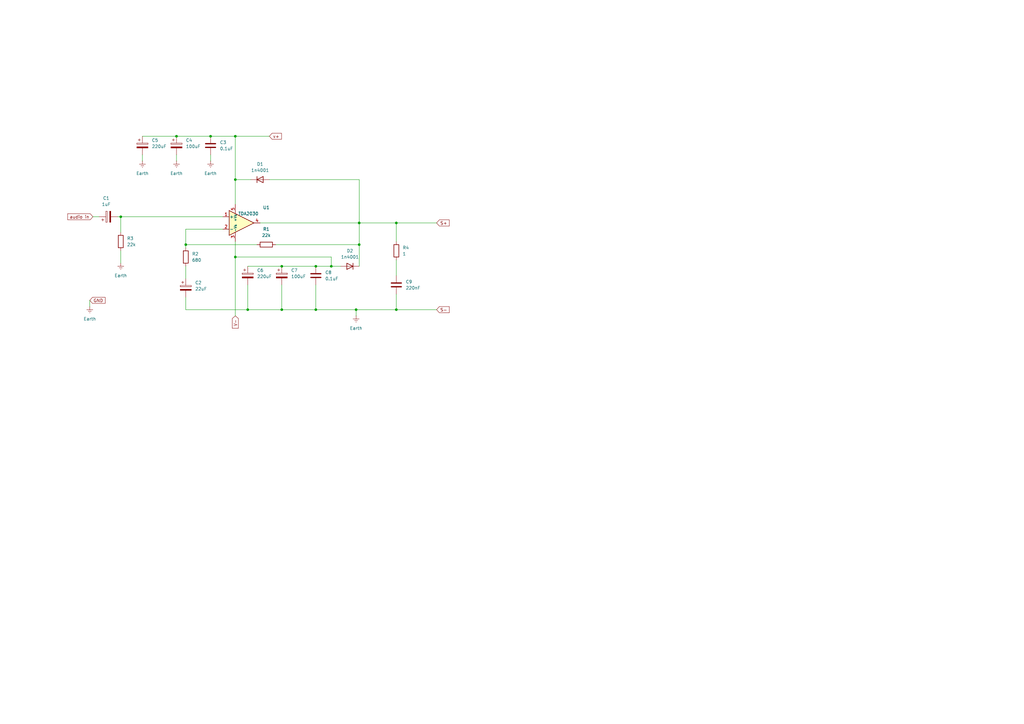
<source format=kicad_sch>
(kicad_sch
	(version 20231120)
	(generator "eeschema")
	(generator_version "8.0")
	(uuid "8017fb23-860a-40cb-969e-5a647cf28cae")
	(paper "A3")
	(lib_symbols
		(symbol "Amplifier_Audio:TDA2030"
			(pin_names
				(offset 0.127)
			)
			(exclude_from_sim no)
			(in_bom yes)
			(on_board yes)
			(property "Reference" "U"
				(at 3.81 6.35 0)
				(effects
					(font
						(size 1.27 1.27)
					)
				)
			)
			(property "Value" "TDA2030"
				(at 3.81 3.81 0)
				(effects
					(font
						(size 1.27 1.27)
					)
				)
			)
			(property "Footprint" "Package_TO_SOT_THT:TO-220-5_P3.4x3.7mm_StaggerOdd_Lead3.8mm_Vertical"
				(at 0 0 0)
				(effects
					(font
						(size 1.27 1.27)
						(italic yes)
					)
					(hide yes)
				)
			)
			(property "Datasheet" "http://www.st.com/resource/en/datasheet/cd00000128.pdf"
				(at 0 0 0)
				(effects
					(font
						(size 1.27 1.27)
					)
					(hide yes)
				)
			)
			(property "Description" "14W Hi-Fi Audio Amplifier, TO-220-5"
				(at 0 0 0)
				(effects
					(font
						(size 1.27 1.27)
					)
					(hide yes)
				)
			)
			(property "ki_keywords" "audio amplifier"
				(at 0 0 0)
				(effects
					(font
						(size 1.27 1.27)
					)
					(hide yes)
				)
			)
			(property "ki_fp_filters" "TO*220*StaggerOdd*"
				(at 0 0 0)
				(effects
					(font
						(size 1.27 1.27)
					)
					(hide yes)
				)
			)
			(symbol "TDA2030_0_1"
				(polyline
					(pts
						(xy -5.08 5.08) (xy 5.08 0) (xy -5.08 -5.08) (xy -5.08 5.08)
					)
					(stroke
						(width 0.254)
						(type default)
					)
					(fill
						(type background)
					)
				)
			)
			(symbol "TDA2030_1_1"
				(pin input line
					(at -7.62 2.54 0)
					(length 2.54)
					(name "+"
						(effects
							(font
								(size 1.27 1.27)
							)
						)
					)
					(number "1"
						(effects
							(font
								(size 1.27 1.27)
							)
						)
					)
				)
				(pin input line
					(at -7.62 -2.54 0)
					(length 2.54)
					(name "-"
						(effects
							(font
								(size 1.27 1.27)
							)
						)
					)
					(number "2"
						(effects
							(font
								(size 1.27 1.27)
							)
						)
					)
				)
				(pin power_in line
					(at -2.54 -7.62 90)
					(length 3.81)
					(name "-Vs"
						(effects
							(font
								(size 1.016 1.016)
							)
						)
					)
					(number "3"
						(effects
							(font
								(size 1.27 1.27)
							)
						)
					)
				)
				(pin output line
					(at 7.62 0 180)
					(length 2.54)
					(name "~"
						(effects
							(font
								(size 1.27 1.27)
							)
						)
					)
					(number "4"
						(effects
							(font
								(size 1.27 1.27)
							)
						)
					)
				)
				(pin power_in line
					(at -2.54 7.62 270)
					(length 3.81)
					(name "+Vs"
						(effects
							(font
								(size 1.016 1.016)
							)
						)
					)
					(number "5"
						(effects
							(font
								(size 1.27 1.27)
							)
						)
					)
				)
			)
		)
		(symbol "Device:C"
			(pin_numbers hide)
			(pin_names
				(offset 0.254)
			)
			(exclude_from_sim no)
			(in_bom yes)
			(on_board yes)
			(property "Reference" "C"
				(at 0.635 2.54 0)
				(effects
					(font
						(size 1.27 1.27)
					)
					(justify left)
				)
			)
			(property "Value" "C"
				(at 0.635 -2.54 0)
				(effects
					(font
						(size 1.27 1.27)
					)
					(justify left)
				)
			)
			(property "Footprint" ""
				(at 0.9652 -3.81 0)
				(effects
					(font
						(size 1.27 1.27)
					)
					(hide yes)
				)
			)
			(property "Datasheet" "~"
				(at 0 0 0)
				(effects
					(font
						(size 1.27 1.27)
					)
					(hide yes)
				)
			)
			(property "Description" "Unpolarized capacitor"
				(at 0 0 0)
				(effects
					(font
						(size 1.27 1.27)
					)
					(hide yes)
				)
			)
			(property "ki_keywords" "cap capacitor"
				(at 0 0 0)
				(effects
					(font
						(size 1.27 1.27)
					)
					(hide yes)
				)
			)
			(property "ki_fp_filters" "C_*"
				(at 0 0 0)
				(effects
					(font
						(size 1.27 1.27)
					)
					(hide yes)
				)
			)
			(symbol "C_0_1"
				(polyline
					(pts
						(xy -2.032 -0.762) (xy 2.032 -0.762)
					)
					(stroke
						(width 0.508)
						(type default)
					)
					(fill
						(type none)
					)
				)
				(polyline
					(pts
						(xy -2.032 0.762) (xy 2.032 0.762)
					)
					(stroke
						(width 0.508)
						(type default)
					)
					(fill
						(type none)
					)
				)
			)
			(symbol "C_1_1"
				(pin passive line
					(at 0 3.81 270)
					(length 2.794)
					(name "~"
						(effects
							(font
								(size 1.27 1.27)
							)
						)
					)
					(number "1"
						(effects
							(font
								(size 1.27 1.27)
							)
						)
					)
				)
				(pin passive line
					(at 0 -3.81 90)
					(length 2.794)
					(name "~"
						(effects
							(font
								(size 1.27 1.27)
							)
						)
					)
					(number "2"
						(effects
							(font
								(size 1.27 1.27)
							)
						)
					)
				)
			)
		)
		(symbol "Device:C_Polarized"
			(pin_numbers hide)
			(pin_names
				(offset 0.254)
			)
			(exclude_from_sim no)
			(in_bom yes)
			(on_board yes)
			(property "Reference" "C"
				(at 0.635 2.54 0)
				(effects
					(font
						(size 1.27 1.27)
					)
					(justify left)
				)
			)
			(property "Value" "C_Polarized"
				(at 0.635 -2.54 0)
				(effects
					(font
						(size 1.27 1.27)
					)
					(justify left)
				)
			)
			(property "Footprint" ""
				(at 0.9652 -3.81 0)
				(effects
					(font
						(size 1.27 1.27)
					)
					(hide yes)
				)
			)
			(property "Datasheet" "~"
				(at 0 0 0)
				(effects
					(font
						(size 1.27 1.27)
					)
					(hide yes)
				)
			)
			(property "Description" "Polarized capacitor"
				(at 0 0 0)
				(effects
					(font
						(size 1.27 1.27)
					)
					(hide yes)
				)
			)
			(property "ki_keywords" "cap capacitor"
				(at 0 0 0)
				(effects
					(font
						(size 1.27 1.27)
					)
					(hide yes)
				)
			)
			(property "ki_fp_filters" "CP_*"
				(at 0 0 0)
				(effects
					(font
						(size 1.27 1.27)
					)
					(hide yes)
				)
			)
			(symbol "C_Polarized_0_1"
				(rectangle
					(start -2.286 0.508)
					(end 2.286 1.016)
					(stroke
						(width 0)
						(type default)
					)
					(fill
						(type none)
					)
				)
				(polyline
					(pts
						(xy -1.778 2.286) (xy -0.762 2.286)
					)
					(stroke
						(width 0)
						(type default)
					)
					(fill
						(type none)
					)
				)
				(polyline
					(pts
						(xy -1.27 2.794) (xy -1.27 1.778)
					)
					(stroke
						(width 0)
						(type default)
					)
					(fill
						(type none)
					)
				)
				(rectangle
					(start 2.286 -0.508)
					(end -2.286 -1.016)
					(stroke
						(width 0)
						(type default)
					)
					(fill
						(type outline)
					)
				)
			)
			(symbol "C_Polarized_1_1"
				(pin passive line
					(at 0 3.81 270)
					(length 2.794)
					(name "~"
						(effects
							(font
								(size 1.27 1.27)
							)
						)
					)
					(number "1"
						(effects
							(font
								(size 1.27 1.27)
							)
						)
					)
				)
				(pin passive line
					(at 0 -3.81 90)
					(length 2.794)
					(name "~"
						(effects
							(font
								(size 1.27 1.27)
							)
						)
					)
					(number "2"
						(effects
							(font
								(size 1.27 1.27)
							)
						)
					)
				)
			)
		)
		(symbol "Device:D"
			(pin_numbers hide)
			(pin_names
				(offset 1.016) hide)
			(exclude_from_sim no)
			(in_bom yes)
			(on_board yes)
			(property "Reference" "D"
				(at 0 2.54 0)
				(effects
					(font
						(size 1.27 1.27)
					)
				)
			)
			(property "Value" "D"
				(at 0 -2.54 0)
				(effects
					(font
						(size 1.27 1.27)
					)
				)
			)
			(property "Footprint" ""
				(at 0 0 0)
				(effects
					(font
						(size 1.27 1.27)
					)
					(hide yes)
				)
			)
			(property "Datasheet" "~"
				(at 0 0 0)
				(effects
					(font
						(size 1.27 1.27)
					)
					(hide yes)
				)
			)
			(property "Description" "Diode"
				(at 0 0 0)
				(effects
					(font
						(size 1.27 1.27)
					)
					(hide yes)
				)
			)
			(property "Sim.Device" "D"
				(at 0 0 0)
				(effects
					(font
						(size 1.27 1.27)
					)
					(hide yes)
				)
			)
			(property "Sim.Pins" "1=K 2=A"
				(at 0 0 0)
				(effects
					(font
						(size 1.27 1.27)
					)
					(hide yes)
				)
			)
			(property "ki_keywords" "diode"
				(at 0 0 0)
				(effects
					(font
						(size 1.27 1.27)
					)
					(hide yes)
				)
			)
			(property "ki_fp_filters" "TO-???* *_Diode_* *SingleDiode* D_*"
				(at 0 0 0)
				(effects
					(font
						(size 1.27 1.27)
					)
					(hide yes)
				)
			)
			(symbol "D_0_1"
				(polyline
					(pts
						(xy -1.27 1.27) (xy -1.27 -1.27)
					)
					(stroke
						(width 0.254)
						(type default)
					)
					(fill
						(type none)
					)
				)
				(polyline
					(pts
						(xy 1.27 0) (xy -1.27 0)
					)
					(stroke
						(width 0)
						(type default)
					)
					(fill
						(type none)
					)
				)
				(polyline
					(pts
						(xy 1.27 1.27) (xy 1.27 -1.27) (xy -1.27 0) (xy 1.27 1.27)
					)
					(stroke
						(width 0.254)
						(type default)
					)
					(fill
						(type none)
					)
				)
			)
			(symbol "D_1_1"
				(pin passive line
					(at -3.81 0 0)
					(length 2.54)
					(name "K"
						(effects
							(font
								(size 1.27 1.27)
							)
						)
					)
					(number "1"
						(effects
							(font
								(size 1.27 1.27)
							)
						)
					)
				)
				(pin passive line
					(at 3.81 0 180)
					(length 2.54)
					(name "A"
						(effects
							(font
								(size 1.27 1.27)
							)
						)
					)
					(number "2"
						(effects
							(font
								(size 1.27 1.27)
							)
						)
					)
				)
			)
		)
		(symbol "Device:R"
			(pin_numbers hide)
			(pin_names
				(offset 0)
			)
			(exclude_from_sim no)
			(in_bom yes)
			(on_board yes)
			(property "Reference" "R"
				(at 2.032 0 90)
				(effects
					(font
						(size 1.27 1.27)
					)
				)
			)
			(property "Value" "${SIM.PARAMS}"
				(at -5.588 0 90)
				(effects
					(font
						(size 1.27 1.27)
					)
				)
			)
			(property "Footprint" ""
				(at -1.778 0 90)
				(effects
					(font
						(size 1.27 1.27)
					)
					(hide yes)
				)
			)
			(property "Datasheet" "~"
				(at 8.382 0.762 0)
				(effects
					(font
						(size 1.27 1.27)
					)
					(hide yes)
				)
			)
			(property "Description" "Resistor"
				(at 6.858 -3.81 0)
				(effects
					(font
						(size 1.27 1.27)
					)
					(hide yes)
				)
			)
			(property "Sim.Device" "R"
				(at 4.826 0.762 0)
				(effects
					(font
						(size 1.27 1.27)
					)
					(hide yes)
				)
			)
			(property "Sim.Params" "r=\"\""
				(at 7.112 -1.524 0)
				(effects
					(font
						(size 1.27 1.27)
					)
					(hide yes)
				)
			)
			(property "Sim.Pins" "1=+ 2=-"
				(at 7.112 2.54 0)
				(effects
					(font
						(size 1.27 1.27)
					)
					(hide yes)
				)
			)
			(property "ki_keywords" "R res resistor"
				(at 0 0 0)
				(effects
					(font
						(size 1.27 1.27)
					)
					(hide yes)
				)
			)
			(property "ki_fp_filters" "R_*"
				(at 0 0 0)
				(effects
					(font
						(size 1.27 1.27)
					)
					(hide yes)
				)
			)
			(symbol "R_0_1"
				(rectangle
					(start -1.016 2.54)
					(end 1.016 -2.54)
					(stroke
						(width 0.254)
						(type default)
					)
					(fill
						(type none)
					)
				)
			)
			(symbol "R_1_1"
				(pin passive line
					(at 0 3.81 270)
					(length 1.27)
					(name "~"
						(effects
							(font
								(size 1.27 1.27)
							)
						)
					)
					(number "1"
						(effects
							(font
								(size 1.27 1.27)
							)
						)
					)
				)
				(pin passive line
					(at 0 -3.81 90)
					(length 1.27)
					(name "~"
						(effects
							(font
								(size 1.27 1.27)
							)
						)
					)
					(number "2"
						(effects
							(font
								(size 1.27 1.27)
							)
						)
					)
				)
			)
		)
		(symbol "power:Earth"
			(power)
			(pin_numbers hide)
			(pin_names
				(offset 0) hide)
			(exclude_from_sim no)
			(in_bom yes)
			(on_board yes)
			(property "Reference" "#PWR"
				(at 0 -6.35 0)
				(effects
					(font
						(size 1.27 1.27)
					)
					(hide yes)
				)
			)
			(property "Value" "Earth"
				(at 0 -3.81 0)
				(effects
					(font
						(size 1.27 1.27)
					)
				)
			)
			(property "Footprint" ""
				(at 0 0 0)
				(effects
					(font
						(size 1.27 1.27)
					)
					(hide yes)
				)
			)
			(property "Datasheet" "~"
				(at 0 0 0)
				(effects
					(font
						(size 1.27 1.27)
					)
					(hide yes)
				)
			)
			(property "Description" "Power symbol creates a global label with name \"Earth\""
				(at 0 0 0)
				(effects
					(font
						(size 1.27 1.27)
					)
					(hide yes)
				)
			)
			(property "ki_keywords" "global ground gnd"
				(at 0 0 0)
				(effects
					(font
						(size 1.27 1.27)
					)
					(hide yes)
				)
			)
			(symbol "Earth_0_1"
				(polyline
					(pts
						(xy -0.635 -1.905) (xy 0.635 -1.905)
					)
					(stroke
						(width 0)
						(type default)
					)
					(fill
						(type none)
					)
				)
				(polyline
					(pts
						(xy -0.127 -2.54) (xy 0.127 -2.54)
					)
					(stroke
						(width 0)
						(type default)
					)
					(fill
						(type none)
					)
				)
				(polyline
					(pts
						(xy 0 -1.27) (xy 0 0)
					)
					(stroke
						(width 0)
						(type default)
					)
					(fill
						(type none)
					)
				)
				(polyline
					(pts
						(xy 1.27 -1.27) (xy -1.27 -1.27)
					)
					(stroke
						(width 0)
						(type default)
					)
					(fill
						(type none)
					)
				)
			)
			(symbol "Earth_1_1"
				(pin power_in line
					(at 0 0 270)
					(length 0)
					(name "~"
						(effects
							(font
								(size 1.27 1.27)
							)
						)
					)
					(number "1"
						(effects
							(font
								(size 1.27 1.27)
							)
						)
					)
				)
			)
		)
	)
	(junction
		(at 147.32 100.33)
		(diameter 0)
		(color 0 0 0 0)
		(uuid "09fe2de8-26e4-497f-bfbc-83beb48cea52")
	)
	(junction
		(at 135.89 109.22)
		(diameter 0)
		(color 0 0 0 0)
		(uuid "1e72c828-6842-4b46-97b3-b060bbac80b8")
	)
	(junction
		(at 76.2 100.33)
		(diameter 0)
		(color 0 0 0 0)
		(uuid "209bcbfc-297c-47e5-b3eb-e9a6728cefde")
	)
	(junction
		(at 49.53 88.9)
		(diameter 0)
		(color 0 0 0 0)
		(uuid "360db46c-942e-43be-89ee-d745e2a21a88")
	)
	(junction
		(at 147.32 91.44)
		(diameter 0)
		(color 0 0 0 0)
		(uuid "3d04b71c-6669-418e-ac22-bfcf97a59f9d")
	)
	(junction
		(at 129.54 127)
		(diameter 0)
		(color 0 0 0 0)
		(uuid "3d6a003e-f133-40b2-84df-f5988c94607f")
	)
	(junction
		(at 96.52 105.41)
		(diameter 0)
		(color 0 0 0 0)
		(uuid "5c27a1ec-a681-425d-aa79-4c2df02b63c2")
	)
	(junction
		(at 96.52 55.88)
		(diameter 0)
		(color 0 0 0 0)
		(uuid "6518b851-14aa-46aa-b08f-c3c221ba1cd4")
	)
	(junction
		(at 86.36 55.88)
		(diameter 0)
		(color 0 0 0 0)
		(uuid "727edff2-fb8a-4605-b30c-ec87259ee85e")
	)
	(junction
		(at 129.54 109.22)
		(diameter 0)
		(color 0 0 0 0)
		(uuid "928da6e8-438e-4aef-857d-c2ccd74b5474")
	)
	(junction
		(at 72.39 55.88)
		(diameter 0)
		(color 0 0 0 0)
		(uuid "98a34ae1-a86e-420b-bae1-edf9720d75d8")
	)
	(junction
		(at 162.56 91.44)
		(diameter 0)
		(color 0 0 0 0)
		(uuid "9dae1a91-2ecd-4128-966e-926456ed69f0")
	)
	(junction
		(at 101.6 127)
		(diameter 0)
		(color 0 0 0 0)
		(uuid "b95f5d99-36b2-4853-a0a2-af7fa2c5e731")
	)
	(junction
		(at 115.57 109.22)
		(diameter 0)
		(color 0 0 0 0)
		(uuid "bc402766-dbc4-4690-ba32-3ed5b23b2268")
	)
	(junction
		(at 162.56 127)
		(diameter 0)
		(color 0 0 0 0)
		(uuid "bf618a23-ea8c-4926-b926-7af0f7091dff")
	)
	(junction
		(at 115.57 127)
		(diameter 0)
		(color 0 0 0 0)
		(uuid "df25caea-36bf-4d7e-92e4-396aac7d023b")
	)
	(junction
		(at 146.05 127)
		(diameter 0)
		(color 0 0 0 0)
		(uuid "ea93abb8-8dd0-4367-8924-aa68c4dd6992")
	)
	(junction
		(at 96.52 73.66)
		(diameter 0)
		(color 0 0 0 0)
		(uuid "f6120584-eeee-4d1e-846a-78bb510139d8")
	)
	(wire
		(pts
			(xy 76.2 93.98) (xy 91.44 93.98)
		)
		(stroke
			(width 0)
			(type default)
		)
		(uuid "053becaa-f3f8-43cb-ad38-68bf478140d2")
	)
	(wire
		(pts
			(xy 96.52 105.41) (xy 96.52 129.54)
		)
		(stroke
			(width 0)
			(type default)
		)
		(uuid "05ee2022-a6fb-4308-8b78-821238e304e1")
	)
	(wire
		(pts
			(xy 135.89 109.22) (xy 135.89 105.41)
		)
		(stroke
			(width 0)
			(type default)
		)
		(uuid "0a96d0d4-f654-404a-813d-0303b6a8d21e")
	)
	(wire
		(pts
			(xy 135.89 105.41) (xy 96.52 105.41)
		)
		(stroke
			(width 0)
			(type default)
		)
		(uuid "1b09a651-2a30-4e7c-99ac-c5516197f4fd")
	)
	(wire
		(pts
			(xy 72.39 66.04) (xy 72.39 63.5)
		)
		(stroke
			(width 0)
			(type default)
		)
		(uuid "1b133b9a-c9bb-43e0-9dfa-a4470d15c76b")
	)
	(wire
		(pts
			(xy 76.2 127) (xy 101.6 127)
		)
		(stroke
			(width 0)
			(type default)
		)
		(uuid "1d222765-16b9-42f2-a792-43cce71fc2f7")
	)
	(wire
		(pts
			(xy 58.42 55.88) (xy 72.39 55.88)
		)
		(stroke
			(width 0)
			(type default)
		)
		(uuid "1f758f7d-ea9d-4e63-985c-840c8f37d4ed")
	)
	(wire
		(pts
			(xy 147.32 91.44) (xy 162.56 91.44)
		)
		(stroke
			(width 0)
			(type default)
		)
		(uuid "1fe7fb60-06dc-4142-b31f-e97f131e4bf9")
	)
	(wire
		(pts
			(xy 96.52 99.06) (xy 96.52 105.41)
		)
		(stroke
			(width 0)
			(type default)
		)
		(uuid "2002650a-b0a5-4849-9f80-5dcf73e7662e")
	)
	(wire
		(pts
			(xy 76.2 109.22) (xy 76.2 114.3)
		)
		(stroke
			(width 0)
			(type default)
		)
		(uuid "240efef0-48f7-4043-8b65-8aaa257cd551")
	)
	(wire
		(pts
			(xy 38.1 88.9) (xy 40.64 88.9)
		)
		(stroke
			(width 0)
			(type default)
		)
		(uuid "37deca4b-df08-4f2d-b967-f7a0d8c3f6b4")
	)
	(wire
		(pts
			(xy 147.32 100.33) (xy 147.32 91.44)
		)
		(stroke
			(width 0)
			(type default)
		)
		(uuid "46473c78-c6b3-47c3-b01c-b5df006598b3")
	)
	(wire
		(pts
			(xy 48.26 88.9) (xy 49.53 88.9)
		)
		(stroke
			(width 0)
			(type default)
		)
		(uuid "4b58e7c4-7455-422a-b07f-171fce99a195")
	)
	(wire
		(pts
			(xy 101.6 109.22) (xy 115.57 109.22)
		)
		(stroke
			(width 0)
			(type default)
		)
		(uuid "4d6777b4-ac8f-4a6b-99dc-c99aa525dbd0")
	)
	(wire
		(pts
			(xy 101.6 116.84) (xy 101.6 127)
		)
		(stroke
			(width 0)
			(type default)
		)
		(uuid "526af069-5a84-4965-8c84-79b59357fb1a")
	)
	(wire
		(pts
			(xy 129.54 116.84) (xy 129.54 127)
		)
		(stroke
			(width 0)
			(type default)
		)
		(uuid "5414166e-35d3-4761-9bed-d1a681d86ac3")
	)
	(wire
		(pts
			(xy 76.2 100.33) (xy 105.41 100.33)
		)
		(stroke
			(width 0)
			(type default)
		)
		(uuid "596fee21-4953-4f41-b336-fe1011da0885")
	)
	(wire
		(pts
			(xy 49.53 102.87) (xy 49.53 107.95)
		)
		(stroke
			(width 0)
			(type default)
		)
		(uuid "599f4f41-1e2d-413e-a75a-fa561d9f0d94")
	)
	(wire
		(pts
			(xy 135.89 109.22) (xy 139.7 109.22)
		)
		(stroke
			(width 0)
			(type default)
		)
		(uuid "610f98b8-88f7-4da5-a263-d8fc4dc81e1d")
	)
	(wire
		(pts
			(xy 162.56 127) (xy 179.07 127)
		)
		(stroke
			(width 0)
			(type default)
		)
		(uuid "62abce6b-b020-4409-9771-2f1d2bf242b3")
	)
	(wire
		(pts
			(xy 162.56 91.44) (xy 179.07 91.44)
		)
		(stroke
			(width 0)
			(type default)
		)
		(uuid "75960977-7544-4a5e-b1a6-92be76aec5d2")
	)
	(wire
		(pts
			(xy 110.49 73.66) (xy 147.32 73.66)
		)
		(stroke
			(width 0)
			(type default)
		)
		(uuid "76090867-99a2-4ca9-a997-ad829353513c")
	)
	(wire
		(pts
			(xy 113.03 100.33) (xy 147.32 100.33)
		)
		(stroke
			(width 0)
			(type default)
		)
		(uuid "763ccd92-8163-49d0-9c7c-5425f3c63256")
	)
	(wire
		(pts
			(xy 76.2 121.92) (xy 76.2 127)
		)
		(stroke
			(width 0)
			(type default)
		)
		(uuid "78239d71-9c0c-48cc-91fd-60a5a5ab6a0a")
	)
	(wire
		(pts
			(xy 129.54 109.22) (xy 135.89 109.22)
		)
		(stroke
			(width 0)
			(type default)
		)
		(uuid "8015fb48-962c-4c61-976c-10ca3f10e1df")
	)
	(wire
		(pts
			(xy 96.52 73.66) (xy 102.87 73.66)
		)
		(stroke
			(width 0)
			(type default)
		)
		(uuid "858f1dcf-3521-4810-b03e-9e5280d40b78")
	)
	(wire
		(pts
			(xy 96.52 55.88) (xy 110.49 55.88)
		)
		(stroke
			(width 0)
			(type default)
		)
		(uuid "97b4db05-bf8f-403c-b5e8-408901822378")
	)
	(wire
		(pts
			(xy 36.83 125.73) (xy 36.83 123.19)
		)
		(stroke
			(width 0)
			(type default)
		)
		(uuid "9ce1d9cc-4893-4408-83b4-d88a7cbc60db")
	)
	(wire
		(pts
			(xy 76.2 93.98) (xy 76.2 100.33)
		)
		(stroke
			(width 0)
			(type default)
		)
		(uuid "a3ef9d2b-e900-4cf6-9781-33736250e564")
	)
	(wire
		(pts
			(xy 162.56 106.68) (xy 162.56 113.03)
		)
		(stroke
			(width 0)
			(type default)
		)
		(uuid "a44bd93c-59d0-43d4-a1bd-32624bd2653d")
	)
	(wire
		(pts
			(xy 86.36 55.88) (xy 96.52 55.88)
		)
		(stroke
			(width 0)
			(type default)
		)
		(uuid "a45b88db-422c-4f29-ad34-46950b199391")
	)
	(wire
		(pts
			(xy 86.36 66.04) (xy 86.36 63.5)
		)
		(stroke
			(width 0)
			(type default)
		)
		(uuid "a467ee22-ee7a-4d43-a12a-186c676b4f2c")
	)
	(wire
		(pts
			(xy 129.54 127) (xy 146.05 127)
		)
		(stroke
			(width 0)
			(type default)
		)
		(uuid "a53cbe5a-a88d-4bd5-bcf5-a529b54c10c4")
	)
	(wire
		(pts
			(xy 115.57 109.22) (xy 129.54 109.22)
		)
		(stroke
			(width 0)
			(type default)
		)
		(uuid "a6825578-f2fd-4a77-940a-a2fa4cc2e2aa")
	)
	(wire
		(pts
			(xy 115.57 127) (xy 129.54 127)
		)
		(stroke
			(width 0)
			(type default)
		)
		(uuid "a6c27217-b4f8-41ac-89da-004e8e7427dc")
	)
	(wire
		(pts
			(xy 162.56 91.44) (xy 162.56 99.06)
		)
		(stroke
			(width 0)
			(type default)
		)
		(uuid "a7384ad8-289b-4719-a3f4-dedc99b65624")
	)
	(wire
		(pts
			(xy 96.52 83.82) (xy 96.52 73.66)
		)
		(stroke
			(width 0)
			(type default)
		)
		(uuid "aaaec710-e56b-4405-9965-b7799ac5591e")
	)
	(wire
		(pts
			(xy 115.57 116.84) (xy 115.57 127)
		)
		(stroke
			(width 0)
			(type default)
		)
		(uuid "b24e4da9-eeae-48d1-8a2f-7b312691e0b5")
	)
	(wire
		(pts
			(xy 96.52 73.66) (xy 96.52 55.88)
		)
		(stroke
			(width 0)
			(type default)
		)
		(uuid "b44bac8a-cf15-470a-bfa8-7e0a2b14c029")
	)
	(wire
		(pts
			(xy 146.05 127) (xy 162.56 127)
		)
		(stroke
			(width 0)
			(type default)
		)
		(uuid "b4f9b2b6-3f00-4b59-a43a-ea3f4584c54a")
	)
	(wire
		(pts
			(xy 58.42 66.04) (xy 58.42 63.5)
		)
		(stroke
			(width 0)
			(type default)
		)
		(uuid "c8500207-3e28-4df8-bd56-af6a7b474ead")
	)
	(wire
		(pts
			(xy 49.53 88.9) (xy 91.44 88.9)
		)
		(stroke
			(width 0)
			(type default)
		)
		(uuid "cd364ba5-5fa1-40c7-9ec8-2d6ad188b2cc")
	)
	(wire
		(pts
			(xy 146.05 129.54) (xy 146.05 127)
		)
		(stroke
			(width 0)
			(type default)
		)
		(uuid "d21344d0-8dd9-4992-91ba-b7d8886e80a8")
	)
	(wire
		(pts
			(xy 147.32 109.22) (xy 147.32 100.33)
		)
		(stroke
			(width 0)
			(type default)
		)
		(uuid "d3570f7d-978e-4599-be37-2d24d92d0fa8")
	)
	(wire
		(pts
			(xy 101.6 127) (xy 115.57 127)
		)
		(stroke
			(width 0)
			(type default)
		)
		(uuid "d49435b7-f809-4284-a903-8954c312f02c")
	)
	(wire
		(pts
			(xy 76.2 100.33) (xy 76.2 101.6)
		)
		(stroke
			(width 0)
			(type default)
		)
		(uuid "df2fe5d7-a8c1-4592-a4a9-dae8c6d1a1c0")
	)
	(wire
		(pts
			(xy 49.53 88.9) (xy 49.53 95.25)
		)
		(stroke
			(width 0)
			(type default)
		)
		(uuid "dfc764f3-0a48-4031-9a22-bb85d5621d9f")
	)
	(wire
		(pts
			(xy 106.68 91.44) (xy 147.32 91.44)
		)
		(stroke
			(width 0)
			(type default)
		)
		(uuid "e351f548-41ad-4b74-b7f6-83b1528f34b0")
	)
	(wire
		(pts
			(xy 162.56 120.65) (xy 162.56 127)
		)
		(stroke
			(width 0)
			(type default)
		)
		(uuid "f36842cb-3493-454f-a596-f02f7a40f81a")
	)
	(wire
		(pts
			(xy 72.39 55.88) (xy 86.36 55.88)
		)
		(stroke
			(width 0)
			(type default)
		)
		(uuid "f8d904c5-9c22-4638-a803-f0881bc3d278")
	)
	(wire
		(pts
			(xy 147.32 73.66) (xy 147.32 91.44)
		)
		(stroke
			(width 0)
			(type default)
		)
		(uuid "f95ef592-e6e2-40fd-8b60-378d21173855")
	)
	(global_label "S+"
		(shape input)
		(at 179.07 91.44 0)
		(fields_autoplaced yes)
		(effects
			(font
				(size 1.27 1.27)
			)
			(justify left)
		)
		(uuid "19075291-6170-4126-8d1b-cd361fa2408c")
		(property "Intersheetrefs" "${INTERSHEET_REFS}"
			(at 184.8371 91.44 0)
			(effects
				(font
					(size 1.27 1.27)
				)
				(justify left)
				(hide yes)
			)
		)
	)
	(global_label "V-"
		(shape input)
		(at 96.52 129.54 270)
		(fields_autoplaced yes)
		(effects
			(font
				(size 1.27 1.27)
			)
			(justify right)
		)
		(uuid "1b0dbcdc-51af-4500-b998-0fba9735c48f")
		(property "Intersheetrefs" "${INTERSHEET_REFS}"
			(at 96.52 135.1862 90)
			(effects
				(font
					(size 1.27 1.27)
				)
				(justify right)
				(hide yes)
			)
		)
	)
	(global_label "v+"
		(shape input)
		(at 110.49 55.88 0)
		(fields_autoplaced yes)
		(effects
			(font
				(size 1.27 1.27)
			)
			(justify left)
		)
		(uuid "454a1cff-4aaa-4361-b621-e25886706745")
		(property "Intersheetrefs" "${INTERSHEET_REFS}"
			(at 116.0152 55.88 0)
			(effects
				(font
					(size 1.27 1.27)
				)
				(justify left)
				(hide yes)
			)
		)
	)
	(global_label "S-"
		(shape input)
		(at 179.07 127 0)
		(fields_autoplaced yes)
		(effects
			(font
				(size 1.27 1.27)
			)
			(justify left)
		)
		(uuid "824bd502-f7f4-45a3-89bd-4595a0b769eb")
		(property "Intersheetrefs" "${INTERSHEET_REFS}"
			(at 184.8371 127 0)
			(effects
				(font
					(size 1.27 1.27)
				)
				(justify left)
				(hide yes)
			)
		)
	)
	(global_label "audio in"
		(shape input)
		(at 38.1 88.9 180)
		(fields_autoplaced yes)
		(effects
			(font
				(size 1.27 1.27)
			)
			(justify right)
		)
		(uuid "959cd1d7-2c69-4917-b46d-68cd23e64796")
		(property "Intersheetrefs" "${INTERSHEET_REFS}"
			(at 27.1926 88.9 0)
			(effects
				(font
					(size 1.27 1.27)
				)
				(justify right)
				(hide yes)
			)
		)
	)
	(global_label "GND"
		(shape input)
		(at 36.83 123.19 0)
		(fields_autoplaced yes)
		(effects
			(font
				(size 1.27 1.27)
			)
			(justify left)
		)
		(uuid "dc947edd-efd2-4372-a9ab-ecdffc33668c")
		(property "Intersheetrefs" "${INTERSHEET_REFS}"
			(at 43.6857 123.19 0)
			(effects
				(font
					(size 1.27 1.27)
				)
				(justify left)
				(hide yes)
			)
		)
	)
	(symbol
		(lib_id "Device:R")
		(at 109.22 100.33 90)
		(unit 1)
		(exclude_from_sim no)
		(in_bom yes)
		(on_board yes)
		(dnp no)
		(fields_autoplaced yes)
		(uuid "0fb55591-bfd2-4047-9b85-14040dfd4ddf")
		(property "Reference" "R1"
			(at 109.22 93.98 90)
			(effects
				(font
					(size 1.27 1.27)
				)
			)
		)
		(property "Value" "22k"
			(at 109.22 96.52 90)
			(effects
				(font
					(size 1.27 1.27)
				)
			)
		)
		(property "Footprint" "Resistor_THT:R_Axial_DIN0207_L6.3mm_D2.5mm_P10.16mm_Horizontal"
			(at 109.22 102.108 90)
			(effects
				(font
					(size 1.27 1.27)
				)
				(hide yes)
			)
		)
		(property "Datasheet" "~"
			(at 108.458 91.948 0)
			(effects
				(font
					(size 1.27 1.27)
				)
				(hide yes)
			)
		)
		(property "Description" "Resistor"
			(at 113.03 93.472 0)
			(effects
				(font
					(size 1.27 1.27)
				)
				(hide yes)
			)
		)
		(property "Sim.Device" "R"
			(at 108.458 95.504 0)
			(effects
				(font
					(size 1.27 1.27)
				)
				(hide yes)
			)
		)
		(property "Sim.Params" "r=\"\""
			(at 110.744 93.218 0)
			(effects
				(font
					(size 1.27 1.27)
				)
				(hide yes)
			)
		)
		(property "Sim.Pins" "1=+ 2=-"
			(at 106.68 93.218 0)
			(effects
				(font
					(size 1.27 1.27)
				)
				(hide yes)
			)
		)
		(pin "1"
			(uuid "9e77d668-8257-40dd-8749-a7eef4c53268")
		)
		(pin "2"
			(uuid "5d261cbe-8d1e-4e6c-9c9a-2d33c4dec0e2")
		)
		(instances
			(project ""
				(path "/8017fb23-860a-40cb-969e-5a647cf28cae"
					(reference "R1")
					(unit 1)
				)
			)
		)
	)
	(symbol
		(lib_id "Device:C_Polarized")
		(at 72.39 59.69 0)
		(unit 1)
		(exclude_from_sim no)
		(in_bom yes)
		(on_board yes)
		(dnp no)
		(fields_autoplaced yes)
		(uuid "1d30b05d-e70b-4b9c-a3c6-43bc4148e161")
		(property "Reference" "C4"
			(at 76.2 57.5309 0)
			(effects
				(font
					(size 1.27 1.27)
				)
				(justify left)
			)
		)
		(property "Value" "100uF"
			(at 76.2 60.0709 0)
			(effects
				(font
					(size 1.27 1.27)
				)
				(justify left)
			)
		)
		(property "Footprint" "Capacitor_THT:CP_Radial_D7.5mm_P2.50mm"
			(at 73.3552 63.5 0)
			(effects
				(font
					(size 1.27 1.27)
				)
				(hide yes)
			)
		)
		(property "Datasheet" "~"
			(at 72.39 59.69 0)
			(effects
				(font
					(size 1.27 1.27)
				)
				(hide yes)
			)
		)
		(property "Description" "Polarized capacitor"
			(at 72.39 59.69 0)
			(effects
				(font
					(size 1.27 1.27)
				)
				(hide yes)
			)
		)
		(pin "2"
			(uuid "6b4eb355-2542-48ae-bb59-cbcec86bbee3")
		)
		(pin "1"
			(uuid "d9b3afd8-8187-44c7-b264-baf66e18c8d6")
		)
		(instances
			(project ""
				(path "/8017fb23-860a-40cb-969e-5a647cf28cae"
					(reference "C4")
					(unit 1)
				)
			)
		)
	)
	(symbol
		(lib_id "power:Earth")
		(at 49.53 107.95 0)
		(unit 1)
		(exclude_from_sim no)
		(in_bom yes)
		(on_board yes)
		(dnp no)
		(fields_autoplaced yes)
		(uuid "1f29d0ec-31a8-47a2-86e1-5b26856140af")
		(property "Reference" "#PWR01"
			(at 49.53 114.3 0)
			(effects
				(font
					(size 1.27 1.27)
				)
				(hide yes)
			)
		)
		(property "Value" "Earth"
			(at 49.53 113.03 0)
			(effects
				(font
					(size 1.27 1.27)
				)
			)
		)
		(property "Footprint" ""
			(at 49.53 107.95 0)
			(effects
				(font
					(size 1.27 1.27)
				)
				(hide yes)
			)
		)
		(property "Datasheet" "~"
			(at 49.53 107.95 0)
			(effects
				(font
					(size 1.27 1.27)
				)
				(hide yes)
			)
		)
		(property "Description" "Power symbol creates a global label with name \"Earth\""
			(at 49.53 107.95 0)
			(effects
				(font
					(size 1.27 1.27)
				)
				(hide yes)
			)
		)
		(pin "1"
			(uuid "6da29b8f-1551-4bc3-93e7-9caaf58b3525")
		)
		(instances
			(project ""
				(path "/8017fb23-860a-40cb-969e-5a647cf28cae"
					(reference "#PWR01")
					(unit 1)
				)
			)
		)
	)
	(symbol
		(lib_id "Device:C_Polarized")
		(at 44.45 88.9 90)
		(unit 1)
		(exclude_from_sim no)
		(in_bom yes)
		(on_board yes)
		(dnp no)
		(fields_autoplaced yes)
		(uuid "45ad98d9-0cb8-478d-8c9c-d9500149ab22")
		(property "Reference" "C1"
			(at 43.561 81.28 90)
			(effects
				(font
					(size 1.27 1.27)
				)
			)
		)
		(property "Value" "1uF"
			(at 43.561 83.82 90)
			(effects
				(font
					(size 1.27 1.27)
				)
			)
		)
		(property "Footprint" "Capacitor_THT:CP_Radial_D5.0mm_P2.50mm"
			(at 48.26 87.9348 0)
			(effects
				(font
					(size 1.27 1.27)
				)
				(hide yes)
			)
		)
		(property "Datasheet" "~"
			(at 44.45 88.9 0)
			(effects
				(font
					(size 1.27 1.27)
				)
				(hide yes)
			)
		)
		(property "Description" "Polarized capacitor"
			(at 44.45 88.9 0)
			(effects
				(font
					(size 1.27 1.27)
				)
				(hide yes)
			)
		)
		(pin "2"
			(uuid "8c233d90-22b2-4700-85cf-b2145515a1b5")
		)
		(pin "1"
			(uuid "a2ef55ac-44e4-4356-bdf3-a7c4f103f498")
		)
		(instances
			(project ""
				(path "/8017fb23-860a-40cb-969e-5a647cf28cae"
					(reference "C1")
					(unit 1)
				)
			)
		)
	)
	(symbol
		(lib_id "power:Earth")
		(at 72.39 66.04 0)
		(unit 1)
		(exclude_from_sim no)
		(in_bom yes)
		(on_board yes)
		(dnp no)
		(fields_autoplaced yes)
		(uuid "45de926a-a3cd-441b-9b93-9b6be6b4e804")
		(property "Reference" "#PWR04"
			(at 72.39 72.39 0)
			(effects
				(font
					(size 1.27 1.27)
				)
				(hide yes)
			)
		)
		(property "Value" "Earth"
			(at 72.39 71.12 0)
			(effects
				(font
					(size 1.27 1.27)
				)
			)
		)
		(property "Footprint" ""
			(at 72.39 66.04 0)
			(effects
				(font
					(size 1.27 1.27)
				)
				(hide yes)
			)
		)
		(property "Datasheet" "~"
			(at 72.39 66.04 0)
			(effects
				(font
					(size 1.27 1.27)
				)
				(hide yes)
			)
		)
		(property "Description" "Power symbol creates a global label with name \"Earth\""
			(at 72.39 66.04 0)
			(effects
				(font
					(size 1.27 1.27)
				)
				(hide yes)
			)
		)
		(pin "1"
			(uuid "df26cee9-5eb7-49ce-a558-ab8f015939e4")
		)
		(instances
			(project "tda2030"
				(path "/8017fb23-860a-40cb-969e-5a647cf28cae"
					(reference "#PWR04")
					(unit 1)
				)
			)
		)
	)
	(symbol
		(lib_id "power:Earth")
		(at 146.05 129.54 0)
		(unit 1)
		(exclude_from_sim no)
		(in_bom yes)
		(on_board yes)
		(dnp no)
		(fields_autoplaced yes)
		(uuid "467eb9e5-bc98-4c75-b296-b0c4139b4744")
		(property "Reference" "#PWR08"
			(at 146.05 135.89 0)
			(effects
				(font
					(size 1.27 1.27)
				)
				(hide yes)
			)
		)
		(property "Value" "Earth"
			(at 146.05 134.62 0)
			(effects
				(font
					(size 1.27 1.27)
				)
			)
		)
		(property "Footprint" ""
			(at 146.05 129.54 0)
			(effects
				(font
					(size 1.27 1.27)
				)
				(hide yes)
			)
		)
		(property "Datasheet" "~"
			(at 146.05 129.54 0)
			(effects
				(font
					(size 1.27 1.27)
				)
				(hide yes)
			)
		)
		(property "Description" "Power symbol creates a global label with name \"Earth\""
			(at 146.05 129.54 0)
			(effects
				(font
					(size 1.27 1.27)
				)
				(hide yes)
			)
		)
		(pin "1"
			(uuid "78cd448a-693c-443b-b446-7324e12c5372")
		)
		(instances
			(project "tda2030"
				(path "/8017fb23-860a-40cb-969e-5a647cf28cae"
					(reference "#PWR08")
					(unit 1)
				)
			)
		)
	)
	(symbol
		(lib_id "Amplifier_Audio:TDA2030")
		(at 99.06 91.44 0)
		(unit 1)
		(exclude_from_sim no)
		(in_bom yes)
		(on_board yes)
		(dnp no)
		(uuid "4986b220-dd07-4091-8b2c-33172d0ea9d2")
		(property "Reference" "U1"
			(at 109.22 85.1214 0)
			(effects
				(font
					(size 1.27 1.27)
				)
			)
		)
		(property "Value" "TDA2030"
			(at 101.854 87.63 0)
			(effects
				(font
					(size 1.27 1.27)
				)
			)
		)
		(property "Footprint" "Package_TO_SOT_THT:TO-220-5_P3.4x3.7mm_StaggerOdd_Lead3.8mm_Vertical"
			(at 99.06 91.44 0)
			(effects
				(font
					(size 1.27 1.27)
					(italic yes)
				)
				(hide yes)
			)
		)
		(property "Datasheet" "http://www.st.com/resource/en/datasheet/cd00000128.pdf"
			(at 99.06 91.44 0)
			(effects
				(font
					(size 1.27 1.27)
				)
				(hide yes)
			)
		)
		(property "Description" "14W Hi-Fi Audio Amplifier, TO-220-5"
			(at 99.06 91.44 0)
			(effects
				(font
					(size 1.27 1.27)
				)
				(hide yes)
			)
		)
		(pin "2"
			(uuid "85b34f7d-fd48-4e0b-af83-022c38545668")
		)
		(pin "3"
			(uuid "a078d36f-ac05-401e-b0dd-a9180aa5d40b")
		)
		(pin "1"
			(uuid "c53b5ece-30a3-4fea-a180-04d5d45c813a")
		)
		(pin "4"
			(uuid "56c2b05c-6146-4a5b-830f-6d8961162def")
		)
		(pin "5"
			(uuid "3fcfdca2-e995-4070-9efe-1e8896fa9503")
		)
		(instances
			(project ""
				(path "/8017fb23-860a-40cb-969e-5a647cf28cae"
					(reference "U1")
					(unit 1)
				)
			)
		)
	)
	(symbol
		(lib_id "power:Earth")
		(at 58.42 66.04 0)
		(unit 1)
		(exclude_from_sim no)
		(in_bom yes)
		(on_board yes)
		(dnp no)
		(fields_autoplaced yes)
		(uuid "7e18a56e-dd7b-4c88-a84d-8e1ddb8a4b9d")
		(property "Reference" "#PWR02"
			(at 58.42 72.39 0)
			(effects
				(font
					(size 1.27 1.27)
				)
				(hide yes)
			)
		)
		(property "Value" "Earth"
			(at 58.42 71.12 0)
			(effects
				(font
					(size 1.27 1.27)
				)
			)
		)
		(property "Footprint" ""
			(at 58.42 66.04 0)
			(effects
				(font
					(size 1.27 1.27)
				)
				(hide yes)
			)
		)
		(property "Datasheet" "~"
			(at 58.42 66.04 0)
			(effects
				(font
					(size 1.27 1.27)
				)
				(hide yes)
			)
		)
		(property "Description" "Power symbol creates a global label with name \"Earth\""
			(at 58.42 66.04 0)
			(effects
				(font
					(size 1.27 1.27)
				)
				(hide yes)
			)
		)
		(pin "1"
			(uuid "437c26b0-d84e-4f9d-a029-d2d8d68c27e2")
		)
		(instances
			(project "tda2030"
				(path "/8017fb23-860a-40cb-969e-5a647cf28cae"
					(reference "#PWR02")
					(unit 1)
				)
			)
		)
	)
	(symbol
		(lib_id "power:Earth")
		(at 36.83 125.73 0)
		(unit 1)
		(exclude_from_sim no)
		(in_bom yes)
		(on_board yes)
		(dnp no)
		(fields_autoplaced yes)
		(uuid "88a0cd95-23aa-44fa-ade9-94153cbb24d3")
		(property "Reference" "#PWR011"
			(at 36.83 132.08 0)
			(effects
				(font
					(size 1.27 1.27)
				)
				(hide yes)
			)
		)
		(property "Value" "Earth"
			(at 36.83 130.81 0)
			(effects
				(font
					(size 1.27 1.27)
				)
			)
		)
		(property "Footprint" ""
			(at 36.83 125.73 0)
			(effects
				(font
					(size 1.27 1.27)
				)
				(hide yes)
			)
		)
		(property "Datasheet" "~"
			(at 36.83 125.73 0)
			(effects
				(font
					(size 1.27 1.27)
				)
				(hide yes)
			)
		)
		(property "Description" "Power symbol creates a global label with name \"Earth\""
			(at 36.83 125.73 0)
			(effects
				(font
					(size 1.27 1.27)
				)
				(hide yes)
			)
		)
		(pin "1"
			(uuid "654c29a5-a163-4a49-94b3-3712897a34b9")
		)
		(instances
			(project "tda2030"
				(path "/8017fb23-860a-40cb-969e-5a647cf28cae"
					(reference "#PWR011")
					(unit 1)
				)
			)
		)
	)
	(symbol
		(lib_id "Device:R")
		(at 76.2 105.41 0)
		(unit 1)
		(exclude_from_sim no)
		(in_bom yes)
		(on_board yes)
		(dnp no)
		(fields_autoplaced yes)
		(uuid "b4baf9eb-d9d7-46b2-8527-805152f20573")
		(property "Reference" "R2"
			(at 78.74 104.1399 0)
			(effects
				(font
					(size 1.27 1.27)
				)
				(justify left)
			)
		)
		(property "Value" "680"
			(at 78.74 106.6799 0)
			(effects
				(font
					(size 1.27 1.27)
				)
				(justify left)
			)
		)
		(property "Footprint" "Resistor_THT:R_Axial_DIN0207_L6.3mm_D2.5mm_P10.16mm_Horizontal"
			(at 74.422 105.41 90)
			(effects
				(font
					(size 1.27 1.27)
				)
				(hide yes)
			)
		)
		(property "Datasheet" "~"
			(at 84.582 104.648 0)
			(effects
				(font
					(size 1.27 1.27)
				)
				(hide yes)
			)
		)
		(property "Description" "Resistor"
			(at 83.058 109.22 0)
			(effects
				(font
					(size 1.27 1.27)
				)
				(hide yes)
			)
		)
		(property "Sim.Device" "R"
			(at 81.026 104.648 0)
			(effects
				(font
					(size 1.27 1.27)
				)
				(hide yes)
			)
		)
		(property "Sim.Params" "r=\"\""
			(at 83.312 106.934 0)
			(effects
				(font
					(size 1.27 1.27)
				)
				(hide yes)
			)
		)
		(property "Sim.Pins" "1=+ 2=-"
			(at 83.312 102.87 0)
			(effects
				(font
					(size 1.27 1.27)
				)
				(hide yes)
			)
		)
		(pin "2"
			(uuid "8dc97f11-a757-48f6-bd2f-bd668e4b2d45")
		)
		(pin "1"
			(uuid "64900d34-3568-484b-8682-0a5a17768ad0")
		)
		(instances
			(project ""
				(path "/8017fb23-860a-40cb-969e-5a647cf28cae"
					(reference "R2")
					(unit 1)
				)
			)
		)
	)
	(symbol
		(lib_id "Device:D")
		(at 106.68 73.66 0)
		(unit 1)
		(exclude_from_sim no)
		(in_bom yes)
		(on_board yes)
		(dnp no)
		(fields_autoplaced yes)
		(uuid "c32e19c8-41d9-4c8a-9015-2f564a7654c8")
		(property "Reference" "D1"
			(at 106.68 67.31 0)
			(effects
				(font
					(size 1.27 1.27)
				)
			)
		)
		(property "Value" "1n4001"
			(at 106.68 69.85 0)
			(effects
				(font
					(size 1.27 1.27)
				)
			)
		)
		(property "Footprint" "Diode_THT:D_DO-41_SOD81_P10.16mm_Horizontal"
			(at 106.68 73.66 0)
			(effects
				(font
					(size 1.27 1.27)
				)
				(hide yes)
			)
		)
		(property "Datasheet" "~"
			(at 106.68 73.66 0)
			(effects
				(font
					(size 1.27 1.27)
				)
				(hide yes)
			)
		)
		(property "Description" "Diode"
			(at 106.68 73.66 0)
			(effects
				(font
					(size 1.27 1.27)
				)
				(hide yes)
			)
		)
		(property "Sim.Device" "D"
			(at 106.68 73.66 0)
			(effects
				(font
					(size 1.27 1.27)
				)
				(hide yes)
			)
		)
		(property "Sim.Pins" "1=K 2=A"
			(at 106.68 73.66 0)
			(effects
				(font
					(size 1.27 1.27)
				)
				(hide yes)
			)
		)
		(pin "2"
			(uuid "1eac98a2-0b57-448d-9680-46571bed6f52")
		)
		(pin "1"
			(uuid "7afea83c-6de2-4053-9ac5-35f9082583a3")
		)
		(instances
			(project ""
				(path "/8017fb23-860a-40cb-969e-5a647cf28cae"
					(reference "D1")
					(unit 1)
				)
			)
		)
	)
	(symbol
		(lib_id "Device:C_Polarized")
		(at 58.42 59.69 0)
		(unit 1)
		(exclude_from_sim no)
		(in_bom yes)
		(on_board yes)
		(dnp no)
		(fields_autoplaced yes)
		(uuid "ceaf5943-b902-4cae-b3ab-6b8e3ecbfdb7")
		(property "Reference" "C5"
			(at 62.23 57.5309 0)
			(effects
				(font
					(size 1.27 1.27)
				)
				(justify left)
			)
		)
		(property "Value" "220uF"
			(at 62.23 60.0709 0)
			(effects
				(font
					(size 1.27 1.27)
				)
				(justify left)
			)
		)
		(property "Footprint" "Capacitor_THT:CP_Radial_D8.0mm_P3.80mm"
			(at 59.3852 63.5 0)
			(effects
				(font
					(size 1.27 1.27)
				)
				(hide yes)
			)
		)
		(property "Datasheet" "~"
			(at 58.42 59.69 0)
			(effects
				(font
					(size 1.27 1.27)
				)
				(hide yes)
			)
		)
		(property "Description" "Polarized capacitor"
			(at 58.42 59.69 0)
			(effects
				(font
					(size 1.27 1.27)
				)
				(hide yes)
			)
		)
		(pin "1"
			(uuid "dd826d84-216c-4be4-a35d-a6bb148603b9")
		)
		(pin "2"
			(uuid "35f2da79-ac9a-424c-b73e-3d46972b12cf")
		)
		(instances
			(project ""
				(path "/8017fb23-860a-40cb-969e-5a647cf28cae"
					(reference "C5")
					(unit 1)
				)
			)
		)
	)
	(symbol
		(lib_id "Device:C_Polarized")
		(at 76.2 118.11 0)
		(unit 1)
		(exclude_from_sim no)
		(in_bom yes)
		(on_board yes)
		(dnp no)
		(fields_autoplaced yes)
		(uuid "d2441e3f-1ebf-417e-8f93-05c6442bb769")
		(property "Reference" "C2"
			(at 80.01 115.9509 0)
			(effects
				(font
					(size 1.27 1.27)
				)
				(justify left)
			)
		)
		(property "Value" "22uF"
			(at 80.01 118.4909 0)
			(effects
				(font
					(size 1.27 1.27)
				)
				(justify left)
			)
		)
		(property "Footprint" "Capacitor_THT:CP_Radial_D8.0mm_P3.50mm"
			(at 77.1652 121.92 0)
			(effects
				(font
					(size 1.27 1.27)
				)
				(hide yes)
			)
		)
		(property "Datasheet" "~"
			(at 76.2 118.11 0)
			(effects
				(font
					(size 1.27 1.27)
				)
				(hide yes)
			)
		)
		(property "Description" "Polarized capacitor"
			(at 76.2 118.11 0)
			(effects
				(font
					(size 1.27 1.27)
				)
				(hide yes)
			)
		)
		(pin "2"
			(uuid "ccba2b4b-97cb-4e5e-97a5-62691f2222bf")
		)
		(pin "1"
			(uuid "af74c062-aef4-402f-8a21-65694d6a30ba")
		)
		(instances
			(project ""
				(path "/8017fb23-860a-40cb-969e-5a647cf28cae"
					(reference "C2")
					(unit 1)
				)
			)
		)
	)
	(symbol
		(lib_id "Device:C")
		(at 129.54 113.03 0)
		(unit 1)
		(exclude_from_sim no)
		(in_bom yes)
		(on_board yes)
		(dnp no)
		(fields_autoplaced yes)
		(uuid "d9e949d2-dee4-4244-a24d-33fff4cbd9ca")
		(property "Reference" "C8"
			(at 133.35 111.7599 0)
			(effects
				(font
					(size 1.27 1.27)
				)
				(justify left)
			)
		)
		(property "Value" "0.1uF"
			(at 133.35 114.2999 0)
			(effects
				(font
					(size 1.27 1.27)
				)
				(justify left)
			)
		)
		(property "Footprint" "Capacitor_THT:C_Rect_L7.0mm_W3.5mm_P5.00mm"
			(at 130.5052 116.84 0)
			(effects
				(font
					(size 1.27 1.27)
				)
				(hide yes)
			)
		)
		(property "Datasheet" "~"
			(at 129.54 113.03 0)
			(effects
				(font
					(size 1.27 1.27)
				)
				(hide yes)
			)
		)
		(property "Description" "Unpolarized capacitor"
			(at 129.54 113.03 0)
			(effects
				(font
					(size 1.27 1.27)
				)
				(hide yes)
			)
		)
		(pin "2"
			(uuid "db0202d8-93c4-4adf-871d-8794962018de")
		)
		(pin "1"
			(uuid "fd4401f4-7fa7-4ed9-8fdb-eca456288c0e")
		)
		(instances
			(project "tda2030"
				(path "/8017fb23-860a-40cb-969e-5a647cf28cae"
					(reference "C8")
					(unit 1)
				)
			)
		)
	)
	(symbol
		(lib_id "Device:C_Polarized")
		(at 115.57 113.03 0)
		(unit 1)
		(exclude_from_sim no)
		(in_bom yes)
		(on_board yes)
		(dnp no)
		(fields_autoplaced yes)
		(uuid "dd1d4afd-857a-4af9-b3cd-7d5e95b74629")
		(property "Reference" "C7"
			(at 119.38 110.8709 0)
			(effects
				(font
					(size 1.27 1.27)
				)
				(justify left)
			)
		)
		(property "Value" "100uF"
			(at 119.38 113.4109 0)
			(effects
				(font
					(size 1.27 1.27)
				)
				(justify left)
			)
		)
		(property "Footprint" "Capacitor_THT:CP_Radial_D7.5mm_P2.50mm"
			(at 116.5352 116.84 0)
			(effects
				(font
					(size 1.27 1.27)
				)
				(hide yes)
			)
		)
		(property "Datasheet" "~"
			(at 115.57 113.03 0)
			(effects
				(font
					(size 1.27 1.27)
				)
				(hide yes)
			)
		)
		(property "Description" "Polarized capacitor"
			(at 115.57 113.03 0)
			(effects
				(font
					(size 1.27 1.27)
				)
				(hide yes)
			)
		)
		(pin "2"
			(uuid "0e4e5a29-fefa-4042-a9de-69a9dead165a")
		)
		(pin "1"
			(uuid "ba6a38bb-d13f-4bcd-97f3-59734e5e08fe")
		)
		(instances
			(project "tda2030"
				(path "/8017fb23-860a-40cb-969e-5a647cf28cae"
					(reference "C7")
					(unit 1)
				)
			)
		)
	)
	(symbol
		(lib_id "Device:C_Polarized")
		(at 101.6 113.03 0)
		(unit 1)
		(exclude_from_sim no)
		(in_bom yes)
		(on_board yes)
		(dnp no)
		(fields_autoplaced yes)
		(uuid "ddf82075-0e19-4bd6-a102-1035a87e7952")
		(property "Reference" "C6"
			(at 105.41 110.8709 0)
			(effects
				(font
					(size 1.27 1.27)
				)
				(justify left)
			)
		)
		(property "Value" "220uF"
			(at 105.41 113.4109 0)
			(effects
				(font
					(size 1.27 1.27)
				)
				(justify left)
			)
		)
		(property "Footprint" "Capacitor_THT:CP_Radial_D8.0mm_P3.80mm"
			(at 102.5652 116.84 0)
			(effects
				(font
					(size 1.27 1.27)
				)
				(hide yes)
			)
		)
		(property "Datasheet" "~"
			(at 101.6 113.03 0)
			(effects
				(font
					(size 1.27 1.27)
				)
				(hide yes)
			)
		)
		(property "Description" "Polarized capacitor"
			(at 101.6 113.03 0)
			(effects
				(font
					(size 1.27 1.27)
				)
				(hide yes)
			)
		)
		(pin "1"
			(uuid "095b7d92-1d70-4674-86f9-79bd5747efbb")
		)
		(pin "2"
			(uuid "8856cc90-0e87-4f43-90e2-65d4d4d713b7")
		)
		(instances
			(project "tda2030"
				(path "/8017fb23-860a-40cb-969e-5a647cf28cae"
					(reference "C6")
					(unit 1)
				)
			)
		)
	)
	(symbol
		(lib_id "Device:D")
		(at 143.51 109.22 180)
		(unit 1)
		(exclude_from_sim no)
		(in_bom yes)
		(on_board yes)
		(dnp no)
		(fields_autoplaced yes)
		(uuid "e3c8bf38-2e8f-47f9-ba39-a717180259b5")
		(property "Reference" "D2"
			(at 143.51 102.87 0)
			(effects
				(font
					(size 1.27 1.27)
				)
			)
		)
		(property "Value" "1n4001"
			(at 143.51 105.41 0)
			(effects
				(font
					(size 1.27 1.27)
				)
			)
		)
		(property "Footprint" "Diode_THT:D_DO-41_SOD81_P10.16mm_Horizontal"
			(at 143.51 109.22 0)
			(effects
				(font
					(size 1.27 1.27)
				)
				(hide yes)
			)
		)
		(property "Datasheet" "~"
			(at 143.51 109.22 0)
			(effects
				(font
					(size 1.27 1.27)
				)
				(hide yes)
			)
		)
		(property "Description" "Diode"
			(at 143.51 109.22 0)
			(effects
				(font
					(size 1.27 1.27)
				)
				(hide yes)
			)
		)
		(property "Sim.Device" "D"
			(at 143.51 109.22 0)
			(effects
				(font
					(size 1.27 1.27)
				)
				(hide yes)
			)
		)
		(property "Sim.Pins" "1=K 2=A"
			(at 143.51 109.22 0)
			(effects
				(font
					(size 1.27 1.27)
				)
				(hide yes)
			)
		)
		(pin "2"
			(uuid "a6158b5e-58e1-4e1a-8a50-25785ecbcd54")
		)
		(pin "1"
			(uuid "fef67b50-226a-4618-bad1-862f4fe4eb13")
		)
		(instances
			(project "tda2030"
				(path "/8017fb23-860a-40cb-969e-5a647cf28cae"
					(reference "D2")
					(unit 1)
				)
			)
		)
	)
	(symbol
		(lib_id "Device:C")
		(at 162.56 116.84 0)
		(unit 1)
		(exclude_from_sim no)
		(in_bom yes)
		(on_board yes)
		(dnp no)
		(fields_autoplaced yes)
		(uuid "e95115b4-7537-4c28-a739-ab3bc7d649c9")
		(property "Reference" "C9"
			(at 166.37 115.5699 0)
			(effects
				(font
					(size 1.27 1.27)
				)
				(justify left)
			)
		)
		(property "Value" "220nF"
			(at 166.37 118.1099 0)
			(effects
				(font
					(size 1.27 1.27)
				)
				(justify left)
			)
		)
		(property "Footprint" "Capacitor_THT:C_Rect_L7.2mm_W3.5mm_P5.00mm_FKS2_FKP2_MKS2_MKP2"
			(at 163.5252 120.65 0)
			(effects
				(font
					(size 1.27 1.27)
				)
				(hide yes)
			)
		)
		(property "Datasheet" "~"
			(at 162.56 116.84 0)
			(effects
				(font
					(size 1.27 1.27)
				)
				(hide yes)
			)
		)
		(property "Description" "Unpolarized capacitor"
			(at 162.56 116.84 0)
			(effects
				(font
					(size 1.27 1.27)
				)
				(hide yes)
			)
		)
		(pin "1"
			(uuid "2036994b-dada-4668-8734-b0bc82be2072")
		)
		(pin "2"
			(uuid "cd612059-20a8-422e-8ad4-ee8d643ed19c")
		)
		(instances
			(project ""
				(path "/8017fb23-860a-40cb-969e-5a647cf28cae"
					(reference "C9")
					(unit 1)
				)
			)
		)
	)
	(symbol
		(lib_id "power:Earth")
		(at 86.36 66.04 0)
		(unit 1)
		(exclude_from_sim no)
		(in_bom yes)
		(on_board yes)
		(dnp no)
		(fields_autoplaced yes)
		(uuid "ed38ed2f-70b0-4d61-9595-0bfd65ce3707")
		(property "Reference" "#PWR03"
			(at 86.36 72.39 0)
			(effects
				(font
					(size 1.27 1.27)
				)
				(hide yes)
			)
		)
		(property "Value" "Earth"
			(at 86.36 71.12 0)
			(effects
				(font
					(size 1.27 1.27)
				)
			)
		)
		(property "Footprint" ""
			(at 86.36 66.04 0)
			(effects
				(font
					(size 1.27 1.27)
				)
				(hide yes)
			)
		)
		(property "Datasheet" "~"
			(at 86.36 66.04 0)
			(effects
				(font
					(size 1.27 1.27)
				)
				(hide yes)
			)
		)
		(property "Description" "Power symbol creates a global label with name \"Earth\""
			(at 86.36 66.04 0)
			(effects
				(font
					(size 1.27 1.27)
				)
				(hide yes)
			)
		)
		(pin "1"
			(uuid "8896b451-4cbd-4e18-a54e-2020e95a1e94")
		)
		(instances
			(project "tda2030"
				(path "/8017fb23-860a-40cb-969e-5a647cf28cae"
					(reference "#PWR03")
					(unit 1)
				)
			)
		)
	)
	(symbol
		(lib_id "Device:C")
		(at 86.36 59.69 0)
		(unit 1)
		(exclude_from_sim no)
		(in_bom yes)
		(on_board yes)
		(dnp no)
		(fields_autoplaced yes)
		(uuid "f6808b5a-ca07-41bc-ab3b-35377c486efc")
		(property "Reference" "C3"
			(at 90.17 58.4199 0)
			(effects
				(font
					(size 1.27 1.27)
				)
				(justify left)
			)
		)
		(property "Value" "0.1uF"
			(at 90.17 60.9599 0)
			(effects
				(font
					(size 1.27 1.27)
				)
				(justify left)
			)
		)
		(property "Footprint" "Capacitor_THT:C_Rect_L7.0mm_W3.5mm_P5.00mm"
			(at 87.3252 63.5 0)
			(effects
				(font
					(size 1.27 1.27)
				)
				(hide yes)
			)
		)
		(property "Datasheet" "~"
			(at 86.36 59.69 0)
			(effects
				(font
					(size 1.27 1.27)
				)
				(hide yes)
			)
		)
		(property "Description" "Unpolarized capacitor"
			(at 86.36 59.69 0)
			(effects
				(font
					(size 1.27 1.27)
				)
				(hide yes)
			)
		)
		(pin "2"
			(uuid "4b06e7bd-059c-4d45-b74b-2803d7ca327b")
		)
		(pin "1"
			(uuid "6b59c3fc-d2f3-4011-95cb-eebc0fc73768")
		)
		(instances
			(project ""
				(path "/8017fb23-860a-40cb-969e-5a647cf28cae"
					(reference "C3")
					(unit 1)
				)
			)
		)
	)
	(symbol
		(lib_id "Device:R")
		(at 49.53 99.06 0)
		(unit 1)
		(exclude_from_sim no)
		(in_bom yes)
		(on_board yes)
		(dnp no)
		(uuid "f87effd8-5443-4213-95b2-c23e802519d9")
		(property "Reference" "R3"
			(at 52.07 97.7899 0)
			(effects
				(font
					(size 1.27 1.27)
				)
				(justify left)
			)
		)
		(property "Value" "22k"
			(at 52.07 100.3299 0)
			(effects
				(font
					(size 1.27 1.27)
				)
				(justify left)
			)
		)
		(property "Footprint" "Resistor_THT:R_Axial_DIN0207_L6.3mm_D2.5mm_P10.16mm_Horizontal"
			(at 47.752 99.06 90)
			(effects
				(font
					(size 1.27 1.27)
				)
				(hide yes)
			)
		)
		(property "Datasheet" "~"
			(at 57.912 98.298 0)
			(effects
				(font
					(size 1.27 1.27)
				)
				(hide yes)
			)
		)
		(property "Description" "Resistor"
			(at 56.388 102.87 0)
			(effects
				(font
					(size 1.27 1.27)
				)
				(hide yes)
			)
		)
		(property "Sim.Device" "R"
			(at 54.356 98.298 0)
			(effects
				(font
					(size 1.27 1.27)
				)
				(hide yes)
			)
		)
		(property "Sim.Params" "r=\"\""
			(at 56.642 100.584 0)
			(effects
				(font
					(size 1.27 1.27)
				)
				(hide yes)
			)
		)
		(property "Sim.Pins" "1=+ 2=-"
			(at 56.642 96.52 0)
			(effects
				(font
					(size 1.27 1.27)
				)
				(hide yes)
			)
		)
		(pin "2"
			(uuid "cd6ff7b1-1c7c-42a2-b188-e9919b1dd0b9")
		)
		(pin "1"
			(uuid "423a1e64-bc3d-4bc1-b7c7-427774dd5580")
		)
		(instances
			(project ""
				(path "/8017fb23-860a-40cb-969e-5a647cf28cae"
					(reference "R3")
					(unit 1)
				)
			)
		)
	)
	(symbol
		(lib_id "Device:R")
		(at 162.56 102.87 0)
		(unit 1)
		(exclude_from_sim no)
		(in_bom yes)
		(on_board yes)
		(dnp no)
		(fields_autoplaced yes)
		(uuid "fc6236b6-3d50-40ea-81ba-ba8bc272ac55")
		(property "Reference" "R4"
			(at 165.1 101.5999 0)
			(effects
				(font
					(size 1.27 1.27)
				)
				(justify left)
			)
		)
		(property "Value" "1"
			(at 165.1 104.1399 0)
			(effects
				(font
					(size 1.27 1.27)
				)
				(justify left)
			)
		)
		(property "Footprint" "Resistor_THT:R_Axial_DIN0207_L6.3mm_D2.5mm_P10.16mm_Horizontal"
			(at 160.782 102.87 90)
			(effects
				(font
					(size 1.27 1.27)
				)
				(hide yes)
			)
		)
		(property "Datasheet" "~"
			(at 170.942 102.108 0)
			(effects
				(font
					(size 1.27 1.27)
				)
				(hide yes)
			)
		)
		(property "Description" "Resistor"
			(at 169.418 106.68 0)
			(effects
				(font
					(size 1.27 1.27)
				)
				(hide yes)
			)
		)
		(property "Sim.Device" "R"
			(at 167.386 102.108 0)
			(effects
				(font
					(size 1.27 1.27)
				)
				(hide yes)
			)
		)
		(property "Sim.Params" "r=\"\""
			(at 169.672 104.394 0)
			(effects
				(font
					(size 1.27 1.27)
				)
				(hide yes)
			)
		)
		(property "Sim.Pins" "1=+ 2=-"
			(at 169.672 100.33 0)
			(effects
				(font
					(size 1.27 1.27)
				)
				(hide yes)
			)
		)
		(pin "2"
			(uuid "e0ebe6af-331a-4fcc-a0c4-9c8c57dd095f")
		)
		(pin "1"
			(uuid "a71ee066-b34a-44ea-820c-0ea3aa8ae9cf")
		)
		(instances
			(project ""
				(path "/8017fb23-860a-40cb-969e-5a647cf28cae"
					(reference "R4")
					(unit 1)
				)
			)
		)
	)
	(sheet_instances
		(path "/"
			(page "1")
		)
	)
)

</source>
